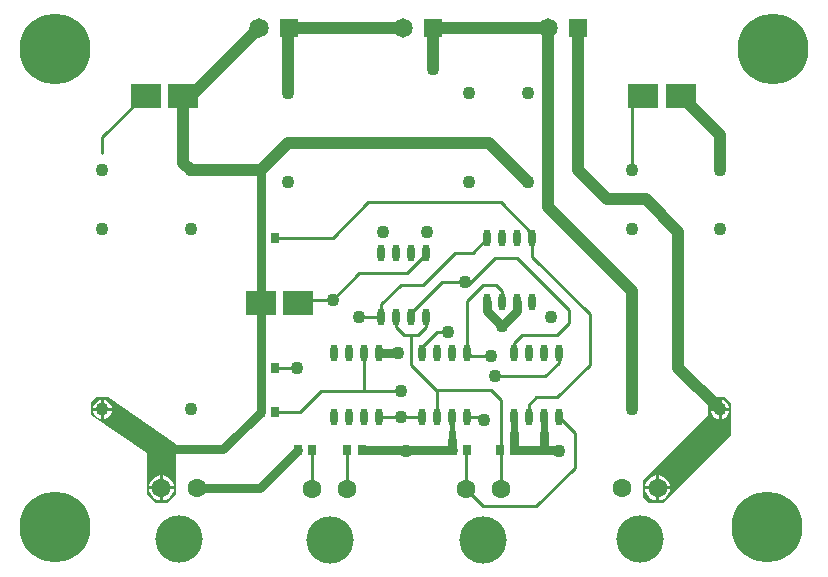
<source format=gtl>
G04*
G04 #@! TF.GenerationSoftware,Altium Limited,Altium Designer,18.1.9 (240)*
G04*
G04 Layer_Physical_Order=1*
G04 Layer_Color=255*
%FSLAX25Y25*%
%MOIN*%
G70*
G01*
G75*
%ADD11C,0.02362*%
%ADD12C,0.01000*%
%ADD14R,0.09843X0.08268*%
%ADD15R,0.03150X0.03543*%
%ADD16O,0.02362X0.05709*%
%ADD21R,0.06496X0.06496*%
%ADD22C,0.06496*%
%ADD26C,0.03150*%
%ADD27C,0.01575*%
%ADD28C,0.03937*%
%ADD29C,0.04331*%
%ADD30C,0.06299*%
%ADD31C,0.23622*%
%ADD32C,0.15748*%
G36*
X157480Y125000D02*
Y108268D01*
X154528Y105315D01*
X150591D01*
X147638Y108268D01*
Y122047D01*
X128937Y134785D01*
X128937Y138779D01*
X130905Y140748D01*
X134843D01*
X157480Y125000D01*
D02*
G37*
G36*
X168307Y120079D02*
D01*
D02*
G37*
G36*
X342520Y138779D02*
Y127953D01*
X319882Y105315D01*
X314961D01*
X312992Y107283D01*
Y113189D01*
X334646Y134843D01*
X334646Y138779D01*
X336614Y140748D01*
X340551D01*
X342520Y138779D01*
D02*
G37*
%LPC*%
G36*
X133374Y139741D02*
Y137114D01*
X136001D01*
X135958Y137441D01*
X135639Y138210D01*
X135132Y138872D01*
X134470Y139379D01*
X133700Y139698D01*
X133374Y139741D01*
D02*
G37*
G36*
X132374D02*
X132048Y139698D01*
X131278Y139379D01*
X130616Y138872D01*
X130109Y138210D01*
X129790Y137441D01*
X129747Y137114D01*
X132374D01*
Y139741D01*
D02*
G37*
G36*
X136001Y136114D02*
X133374D01*
Y133487D01*
X133700Y133530D01*
X134470Y133849D01*
X135132Y134357D01*
X135639Y135018D01*
X135958Y135788D01*
X136001Y136114D01*
D02*
G37*
G36*
X132374D02*
X129747D01*
X129790Y135788D01*
X130109Y135018D01*
X130616Y134357D01*
X131278Y133849D01*
X132048Y133530D01*
X132374Y133487D01*
Y136114D01*
D02*
G37*
G36*
X153059Y114631D02*
Y111012D01*
X156679D01*
X156602Y111595D01*
X156184Y112604D01*
X155519Y113471D01*
X154652Y114137D01*
X153642Y114555D01*
X153059Y114631D01*
D02*
G37*
G36*
X152059D02*
X151476Y114555D01*
X150466Y114137D01*
X149600Y113471D01*
X148934Y112604D01*
X148516Y111595D01*
X148440Y111012D01*
X152059D01*
Y114631D01*
D02*
G37*
G36*
X156679Y110012D02*
X153059D01*
Y106392D01*
X153642Y106469D01*
X154652Y106887D01*
X155519Y107552D01*
X156184Y108419D01*
X156602Y109429D01*
X156679Y110012D01*
D02*
G37*
G36*
X152059D02*
X148440D01*
X148516Y109429D01*
X148934Y108419D01*
X149600Y107552D01*
X150466Y106887D01*
X151476Y106469D01*
X152059Y106392D01*
Y110012D01*
D02*
G37*
G36*
X339280Y139741D02*
Y137114D01*
X341906D01*
X341863Y137441D01*
X341545Y138210D01*
X341037Y138872D01*
X340376Y139379D01*
X339606Y139698D01*
X339280Y139741D01*
D02*
G37*
G36*
X338280D02*
X337953Y139698D01*
X337183Y139379D01*
X336522Y138872D01*
X336015Y138210D01*
X335696Y137441D01*
X335653Y137114D01*
X338280D01*
Y139741D01*
D02*
G37*
G36*
Y136114D02*
X335653D01*
X335696Y135788D01*
X336015Y135018D01*
X336522Y134357D01*
X337183Y133849D01*
X337953Y133530D01*
X338280Y133487D01*
Y136114D01*
D02*
G37*
G36*
X341906D02*
X339280D01*
Y133487D01*
X339606Y133530D01*
X340376Y133849D01*
X341037Y134357D01*
X341545Y135018D01*
X341863Y135788D01*
X341906Y136114D01*
D02*
G37*
G36*
X318413Y114631D02*
Y111012D01*
X322033D01*
X321956Y111595D01*
X321538Y112604D01*
X320873Y113471D01*
X320006Y114137D01*
X318997Y114555D01*
X318413Y114631D01*
D02*
G37*
G36*
X317413D02*
X316830Y114555D01*
X315821Y114137D01*
X314954Y113471D01*
X314289Y112604D01*
X313871Y111595D01*
X313794Y111012D01*
X317413D01*
Y114631D01*
D02*
G37*
G36*
X322033Y110012D02*
X318413D01*
Y106392D01*
X318997Y106469D01*
X320006Y106887D01*
X320873Y107552D01*
X321538Y108419D01*
X321956Y109429D01*
X322033Y110012D01*
D02*
G37*
G36*
X317413D02*
X313794D01*
X313871Y109429D01*
X314289Y108419D01*
X314954Y107552D01*
X315821Y106887D01*
X316830Y106469D01*
X317413Y106392D01*
Y110012D01*
D02*
G37*
%LPD*%
D11*
X280059Y128661D02*
Y133957D01*
X270059Y128661D02*
Y133957D01*
X249547Y126437D02*
Y129114D01*
D12*
X260906Y133957D02*
X261004Y133858D01*
X260216Y133268D02*
X260906Y133957D01*
X254547Y133957D02*
X261102D01*
X209646Y173228D02*
Y173228D01*
X199213D02*
X209646D01*
X198228Y172244D02*
X199213Y173228D01*
X209646Y173228D02*
X218504Y182087D01*
X260216Y133071D02*
Y133268D01*
X261004Y133858D02*
X261102Y133957D01*
X254646Y155512D02*
X255630Y154528D01*
X262264D01*
X254547Y155413D02*
X254646Y155512D01*
X266201Y172343D02*
Y176181D01*
X264232Y178150D02*
X266201Y176181D01*
X259842Y178150D02*
X264232D01*
X254547Y172854D02*
X259842Y178150D01*
X254547Y155413D02*
Y172854D01*
X235768Y168839D02*
X246063Y179134D01*
X253819D01*
X254803Y178150D01*
X271043Y187008D02*
X288386Y169665D01*
X263661Y187008D02*
X271043D01*
X254803Y178150D02*
X263661Y187008D01*
X235768Y167421D02*
Y168839D01*
X239784Y178150D02*
X250512Y188878D01*
X232283Y178150D02*
X239784D01*
X225768Y171634D02*
X232283Y178150D01*
X250512Y188878D02*
X256279D01*
X261201Y193799D01*
X190354Y150591D02*
X197835D01*
X189764D02*
X190354D01*
X265748Y123031D02*
Y139764D01*
X262264Y143248D02*
X265748Y139764D01*
X244547Y143248D02*
X262264D01*
X190354Y135827D02*
X198819D01*
X189764D02*
X190354D01*
X280512Y147638D02*
X285059Y152185D01*
X263779Y147638D02*
X280512D01*
X244547Y142717D02*
Y143248D01*
Y133957D02*
Y142717D01*
X235823Y151441D02*
X244547Y142717D01*
X235823Y151441D02*
Y161417D01*
X290354Y117126D02*
Y128661D01*
X277559Y104331D02*
X290354Y117126D01*
X259842Y104331D02*
X277559D01*
X285059Y133957D02*
X290354Y128661D01*
X221457Y205709D02*
X265748D01*
X309252Y237402D02*
X312992Y241142D01*
X309252Y216339D02*
Y237402D01*
X276201Y188878D02*
Y195256D01*
X265748Y205709D02*
X276201Y195256D01*
X277528Y140717D02*
X284417D01*
X295276Y151575D01*
X275059Y138248D02*
X277528Y140717D01*
X132874Y227362D02*
X146949Y241437D01*
X132874Y222244D02*
Y227362D01*
X234441Y182087D02*
X240768Y188413D01*
X218504Y182087D02*
X234441D01*
X240768Y188413D02*
Y188878D01*
X209646Y193898D02*
X221457Y205709D01*
X288386Y165354D02*
Y169665D01*
X284449Y161417D02*
X288386Y165354D01*
X272638Y161417D02*
X284449D01*
X270059Y158839D02*
X272638Y161417D01*
X270059Y155413D02*
Y158839D01*
X225768Y167421D02*
Y171634D01*
X205709Y142717D02*
X232283D01*
X220020Y143248D02*
Y155413D01*
X198819Y135827D02*
X205709Y142717D01*
X232283Y133957D02*
X239547D01*
X225020D02*
X232283D01*
X239547D02*
X239547Y133957D01*
X244547Y162402D02*
X248031D01*
X239547Y157402D02*
X244547Y162402D01*
X239547Y155413D02*
Y157402D01*
X275059Y133957D02*
Y138248D01*
X259842Y104331D02*
Y104331D01*
X253937Y110236D02*
X259842Y104331D01*
X295276Y151575D02*
Y168307D01*
X276201Y187382D02*
X295276Y168307D01*
X276201Y187382D02*
Y188878D01*
X233457Y161417D02*
X235823D01*
X238189D01*
X240768Y163996D01*
Y167421D01*
X230768Y164107D02*
X233457Y161417D01*
X230768Y164107D02*
Y167421D01*
X285059Y152185D02*
Y155413D01*
X214567Y110236D02*
Y123031D01*
X218504Y167323D02*
X225669D01*
X190354Y193898D02*
X209646D01*
X270059Y155413D02*
X270315Y155669D01*
X253937Y110236D02*
Y122913D01*
X253819Y123031D02*
X253937Y122913D01*
X265748Y110236D02*
Y123031D01*
X202756Y110236D02*
Y123031D01*
D14*
X325591Y241142D02*
D03*
X312992D02*
D03*
X159843D02*
D03*
X147244D02*
D03*
X185630Y172244D02*
D03*
X198228D02*
D03*
D15*
X185630Y135827D02*
D03*
X190354D02*
D03*
X185630Y193898D02*
D03*
X190354D02*
D03*
X202756Y123031D02*
D03*
X198031D02*
D03*
X214567D02*
D03*
X219291D02*
D03*
X254331D02*
D03*
X249606D02*
D03*
X265354D02*
D03*
X270079D02*
D03*
X185630Y150591D02*
D03*
X190354D02*
D03*
D16*
X239547Y133957D02*
D03*
X244547D02*
D03*
X249547D02*
D03*
X254547D02*
D03*
X239547Y155413D02*
D03*
X244547D02*
D03*
X249547D02*
D03*
X254547D02*
D03*
X225768Y167421D02*
D03*
X230768D02*
D03*
X235768D02*
D03*
X240768D02*
D03*
X225768Y188878D02*
D03*
X230768D02*
D03*
X235768D02*
D03*
X240768D02*
D03*
X261201Y172343D02*
D03*
X266201D02*
D03*
X271201D02*
D03*
X276201D02*
D03*
X261201Y193799D02*
D03*
X266201D02*
D03*
X271201D02*
D03*
X276201D02*
D03*
X270059Y133957D02*
D03*
X275059D02*
D03*
X280059D02*
D03*
X285059D02*
D03*
X270059Y155413D02*
D03*
X275059D02*
D03*
X280059D02*
D03*
X285059D02*
D03*
X225020Y155413D02*
D03*
X220020D02*
D03*
X215020D02*
D03*
X210020D02*
D03*
X225020Y133957D02*
D03*
X220020D02*
D03*
X215020D02*
D03*
X210020D02*
D03*
D21*
X194961Y263779D02*
D03*
X243189D02*
D03*
X291417D02*
D03*
D22*
X184961D02*
D03*
X233189D02*
D03*
X281417D02*
D03*
D26*
X279528Y123031D02*
X284941D01*
X270472D02*
X279528D01*
X280059Y123563D01*
Y128661D01*
X270059Y123445D02*
X270472Y123031D01*
X270059Y123445D02*
Y128661D01*
X219291Y123031D02*
X249547D01*
Y126437D01*
X266201Y164370D02*
X271201Y169370D01*
Y172343D01*
X261201Y169370D02*
X266201Y164370D01*
X261201Y169370D02*
Y172343D01*
X185512Y110512D02*
X198031Y123031D01*
X164370Y110512D02*
X185512D01*
X231201Y155413D02*
X231299Y155512D01*
X225020Y155413D02*
X231201D01*
X284941Y123031D02*
X285059Y122913D01*
X249547Y123031D02*
X249606D01*
X185630Y150591D02*
Y193898D01*
X173228Y123425D02*
X185630Y135827D01*
X157480Y123425D02*
X173228D01*
X185630Y193898D02*
Y216339D01*
Y135827D02*
Y150591D01*
D27*
X249547Y129114D02*
Y133957D01*
D28*
X162402Y216339D02*
X185630D01*
X194685Y225394D01*
X261811D01*
X274606Y212598D01*
X243189Y263779D02*
X281417D01*
X338779Y216339D02*
Y227953D01*
X325591Y241142D02*
X338779Y227953D01*
X162323Y241142D02*
X184961Y263779D01*
X159843Y241142D02*
X162323D01*
X324803Y150591D02*
X338779Y136614D01*
X324803Y150591D02*
Y195866D01*
X313976Y206693D02*
X324803Y195866D01*
X301181Y206693D02*
X313976D01*
X291417Y216457D02*
X301181Y206693D01*
X291417Y216457D02*
Y263779D01*
X309252Y136614D02*
Y176181D01*
X281417Y204016D02*
X309252Y176181D01*
X281417Y204016D02*
Y263779D01*
X159843Y218898D02*
X162402Y216339D01*
X159843Y218898D02*
Y241142D01*
X194882Y263701D02*
X194961Y263779D01*
X233189D01*
X243189Y250000D02*
Y263779D01*
X194882Y242126D02*
Y263701D01*
D29*
X162402Y136614D02*
D03*
X132874D02*
D03*
Y196653D02*
D03*
Y216339D02*
D03*
X162402D02*
D03*
Y196653D02*
D03*
X254921Y212598D02*
D03*
X274606D02*
D03*
Y242126D02*
D03*
X254921D02*
D03*
X194882D02*
D03*
Y212598D02*
D03*
X338779Y136614D02*
D03*
X309252D02*
D03*
Y196653D02*
D03*
Y216339D02*
D03*
X338779D02*
D03*
Y196653D02*
D03*
X209646Y173228D02*
D03*
X260216Y133071D02*
D03*
X266201Y164370D02*
D03*
X262264Y154528D02*
D03*
X253819Y179134D02*
D03*
X231299Y155512D02*
D03*
X234193Y122835D02*
D03*
X263779Y147638D02*
D03*
X285059Y122913D02*
D03*
X243189Y250000D02*
D03*
X241142Y195866D02*
D03*
X197835Y150591D02*
D03*
X226378Y195866D02*
D03*
X282480Y167323D02*
D03*
X232283Y133957D02*
D03*
X248031Y162402D02*
D03*
X232283Y142717D02*
D03*
X218504Y167323D02*
D03*
D30*
X306102Y110512D02*
D03*
X317913D02*
D03*
X253937Y110236D02*
D03*
X265748D02*
D03*
X152559Y110512D02*
D03*
X164370D02*
D03*
X202756Y110236D02*
D03*
X214567D02*
D03*
D31*
X354331Y97441D02*
D03*
X356299Y256890D02*
D03*
X117126D02*
D03*
Y97441D02*
D03*
D32*
X312008Y93504D02*
D03*
X259842Y93228D02*
D03*
X158465Y93504D02*
D03*
X208661Y93228D02*
D03*
M02*

</source>
